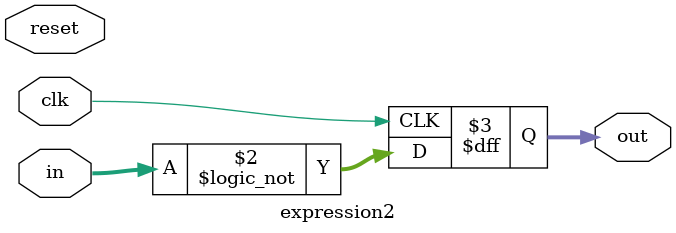
<source format=v>
module expression2
  #(parameter integer WIDTH = 8)
  (input wire             reset,
   input wire             clk,
   input wire [WIDTH-1:0] in,
   output reg [WIDTH-1:0] out);

   always @(posedge clk) out <= !in;

endmodule

</source>
